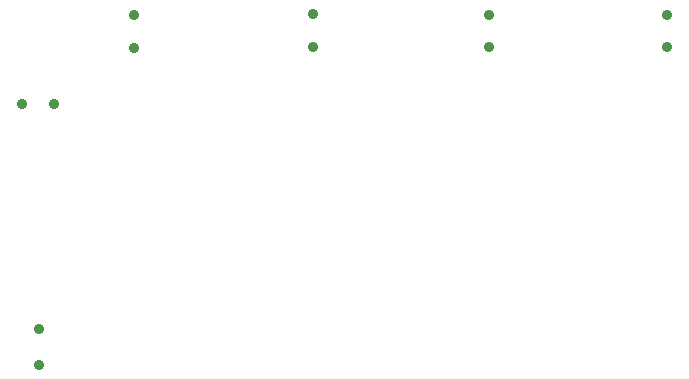
<source format=gbr>
%TF.GenerationSoftware,KiCad,Pcbnew,9.0.0*%
%TF.CreationDate,2025-08-04T08:15:32-07:00*%
%TF.ProjectId,flatchord,666c6174-6368-46f7-9264-2e6b69636164,rev?*%
%TF.SameCoordinates,Original*%
%TF.FileFunction,Soldermask,Bot*%
%TF.FilePolarity,Negative*%
%FSLAX46Y46*%
G04 Gerber Fmt 4.6, Leading zero omitted, Abs format (unit mm)*
G04 Created by KiCad (PCBNEW 9.0.0) date 2025-08-04 08:15:32*
%MOMM*%
%LPD*%
G01*
G04 APERTURE LIST*
%ADD10C,0.900000*%
G04 APERTURE END LIST*
D10*
%TO.C,SW3*%
X223375000Y-66675000D03*
X223375000Y-69425000D03*
%TD*%
%TO.C,SW0*%
X178275000Y-66725000D03*
X178275000Y-69475000D03*
%TD*%
%TO.C,SW5*%
X170160000Y-93320000D03*
X170160000Y-96320000D03*
%TD*%
%TO.C,SW2*%
X208325000Y-66675000D03*
X208325000Y-69425000D03*
%TD*%
%TO.C,SW1*%
X193350000Y-66650000D03*
X193350000Y-69400000D03*
%TD*%
%TO.C,SW4*%
X168730000Y-74285000D03*
X171480000Y-74285000D03*
%TD*%
M02*

</source>
